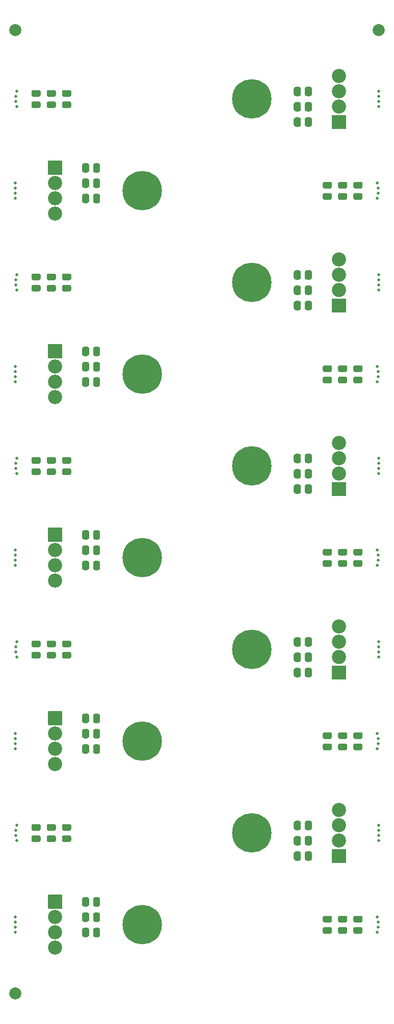
<source format=gts>
G04 #@! TF.GenerationSoftware,KiCad,Pcbnew,6.0.2+dfsg-1*
G04 #@! TF.CreationDate,2024-06-30T21:45:31-06:00*
G04 #@! TF.ProjectId,ckt-signal-array,636b742d-7369-4676-9e61-6c2d61727261,rev?*
G04 #@! TF.SameCoordinates,Original*
G04 #@! TF.FileFunction,Soldermask,Top*
G04 #@! TF.FilePolarity,Negative*
%FSLAX46Y46*%
G04 Gerber Fmt 4.6, Leading zero omitted, Abs format (unit mm)*
G04 Created by KiCad (PCBNEW 6.0.2+dfsg-1) date 2024-06-30 21:45:31*
%MOMM*%
%LPD*%
G01*
G04 APERTURE LIST*
%ADD10C,0.500000*%
%ADD11C,2.352400*%
%ADD12C,6.552400*%
%ADD13C,2.000000*%
G04 APERTURE END LIST*
D10*
X178634959Y-170697463D03*
X118337500Y-80113333D03*
G36*
G01*
X132411700Y-166870000D02*
X132411700Y-167770000D01*
G75*
G02*
X132085500Y-168096200I-326200J0D01*
G01*
X131560500Y-168096200D01*
G75*
G02*
X131234300Y-167770000I0J326200D01*
G01*
X131234300Y-166870000D01*
G75*
G02*
X131560500Y-166543800I326200J0D01*
G01*
X132085500Y-166543800D01*
G75*
G02*
X132411700Y-166870000I0J-326200D01*
G01*
G37*
G36*
G01*
X130586700Y-166870000D02*
X130586700Y-167770000D01*
G75*
G02*
X130260500Y-168096200I-326200J0D01*
G01*
X129735500Y-168096200D01*
G75*
G02*
X129409300Y-167770000I0J326200D01*
G01*
X129409300Y-166870000D01*
G75*
G02*
X129735500Y-166543800I326200J0D01*
G01*
X130260500Y-166543800D01*
G75*
G02*
X130586700Y-166870000I0J-326200D01*
G01*
G37*
X118337500Y-172400000D03*
X118581804Y-93660000D03*
X118337500Y-111440000D03*
X118581804Y-65720000D03*
G36*
G01*
X122222750Y-65951200D02*
X121310250Y-65951200D01*
G75*
G02*
X120990300Y-65631250I0J319950D01*
G01*
X120990300Y-65143750D01*
G75*
G02*
X121310250Y-64823800I319950J0D01*
G01*
X122222750Y-64823800D01*
G75*
G02*
X122542700Y-65143750I0J-319950D01*
G01*
X122542700Y-65631250D01*
G75*
G02*
X122222750Y-65951200I-319950J0D01*
G01*
G37*
G36*
G01*
X122222750Y-64076200D02*
X121310250Y-64076200D01*
G75*
G02*
X120990300Y-63756250I0J319950D01*
G01*
X120990300Y-63268750D01*
G75*
G02*
X121310250Y-62948800I319950J0D01*
G01*
X122222750Y-62948800D01*
G75*
G02*
X122542700Y-63268750I0J-319950D01*
G01*
X122542700Y-63756250D01*
G75*
G02*
X122222750Y-64076200I-319950J0D01*
G01*
G37*
X178662500Y-156313333D03*
X118581804Y-35240000D03*
G36*
G01*
X127302750Y-65951200D02*
X126390250Y-65951200D01*
G75*
G02*
X126070300Y-65631250I0J319950D01*
G01*
X126070300Y-65143750D01*
G75*
G02*
X126390250Y-64823800I319950J0D01*
G01*
X127302750Y-64823800D01*
G75*
G02*
X127622700Y-65143750I0J-319950D01*
G01*
X127622700Y-65631250D01*
G75*
G02*
X127302750Y-65951200I-319950J0D01*
G01*
G37*
G36*
G01*
X127302750Y-64076200D02*
X126390250Y-64076200D01*
G75*
G02*
X126070300Y-63756250I0J319950D01*
G01*
X126070300Y-63268750D01*
G75*
G02*
X126390250Y-62948800I319950J0D01*
G01*
X127302750Y-62948800D01*
G75*
G02*
X127622700Y-63268750I0J-319950D01*
G01*
X127622700Y-63756250D01*
G75*
G02*
X127302750Y-64076200I-319950J0D01*
G01*
G37*
G36*
G01*
X174777250Y-78188800D02*
X175689750Y-78188800D01*
G75*
G02*
X176009700Y-78508750I0J-319950D01*
G01*
X176009700Y-78996250D01*
G75*
G02*
X175689750Y-79316200I-319950J0D01*
G01*
X174777250Y-79316200D01*
G75*
G02*
X174457300Y-78996250I0J319950D01*
G01*
X174457300Y-78508750D01*
G75*
G02*
X174777250Y-78188800I319950J0D01*
G01*
G37*
G36*
G01*
X174777250Y-80063800D02*
X175689750Y-80063800D01*
G75*
G02*
X176009700Y-80383750I0J-319950D01*
G01*
X176009700Y-80871250D01*
G75*
G02*
X175689750Y-81191200I-319950J0D01*
G01*
X174777250Y-81191200D01*
G75*
G02*
X174457300Y-80871250I0J319950D01*
G01*
X174457300Y-80383750D01*
G75*
G02*
X174777250Y-80063800I319950J0D01*
G01*
G37*
X178634959Y-109737463D03*
G36*
G01*
X173158500Y-69441200D02*
X170958500Y-69441200D01*
G75*
G02*
X170882300Y-69365000I0J76200D01*
G01*
X170882300Y-67165000D01*
G75*
G02*
X170958500Y-67088800I76200J0D01*
G01*
X173158500Y-67088800D01*
G75*
G02*
X173234700Y-67165000I0J-76200D01*
G01*
X173234700Y-69365000D01*
G75*
G02*
X173158500Y-69441200I-76200J0D01*
G01*
G37*
D11*
X172058500Y-65725000D03*
X172058500Y-63185000D03*
X172058500Y-60645000D03*
G36*
G01*
X164588300Y-94110000D02*
X164588300Y-93210000D01*
G75*
G02*
X164914500Y-92883800I326200J0D01*
G01*
X165439500Y-92883800D01*
G75*
G02*
X165765700Y-93210000I0J-326200D01*
G01*
X165765700Y-94110000D01*
G75*
G02*
X165439500Y-94436200I-326200J0D01*
G01*
X164914500Y-94436200D01*
G75*
G02*
X164588300Y-94110000I0J326200D01*
G01*
G37*
G36*
G01*
X166413300Y-94110000D02*
X166413300Y-93210000D01*
G75*
G02*
X166739500Y-92883800I326200J0D01*
G01*
X167264500Y-92883800D01*
G75*
G02*
X167590700Y-93210000I0J-326200D01*
G01*
X167590700Y-94110000D01*
G75*
G02*
X167264500Y-94436200I-326200J0D01*
G01*
X166739500Y-94436200D01*
G75*
G02*
X166413300Y-94110000I0J326200D01*
G01*
G37*
D10*
X118337500Y-141073333D03*
G36*
G01*
X164588300Y-99190000D02*
X164588300Y-98290000D01*
G75*
G02*
X164914500Y-97963800I326200J0D01*
G01*
X165439500Y-97963800D01*
G75*
G02*
X165765700Y-98290000I0J-326200D01*
G01*
X165765700Y-99190000D01*
G75*
G02*
X165439500Y-99516200I-326200J0D01*
G01*
X164914500Y-99516200D01*
G75*
G02*
X164588300Y-99190000I0J326200D01*
G01*
G37*
G36*
G01*
X166413300Y-99190000D02*
X166413300Y-98290000D01*
G75*
G02*
X166739500Y-97963800I326200J0D01*
G01*
X167264500Y-97963800D01*
G75*
G02*
X167590700Y-98290000I0J-326200D01*
G01*
X167590700Y-99190000D01*
G75*
G02*
X167264500Y-99516200I-326200J0D01*
G01*
X166739500Y-99516200D01*
G75*
G02*
X166413300Y-99190000I0J326200D01*
G01*
G37*
D12*
X139419500Y-171130000D03*
D10*
X178418196Y-80960000D03*
X178662500Y-93660000D03*
X118581804Y-32700000D03*
X118337500Y-47940000D03*
X178662500Y-124986666D03*
X178662500Y-32700000D03*
G36*
G01*
X132411700Y-50030000D02*
X132411700Y-50930000D01*
G75*
G02*
X132085500Y-51256200I-326200J0D01*
G01*
X131560500Y-51256200D01*
G75*
G02*
X131234300Y-50930000I0J326200D01*
G01*
X131234300Y-50030000D01*
G75*
G02*
X131560500Y-49703800I326200J0D01*
G01*
X132085500Y-49703800D01*
G75*
G02*
X132411700Y-50030000I0J-326200D01*
G01*
G37*
G36*
G01*
X130586700Y-50030000D02*
X130586700Y-50930000D01*
G75*
G02*
X130260500Y-51256200I-326200J0D01*
G01*
X129735500Y-51256200D01*
G75*
G02*
X129409300Y-50930000I0J326200D01*
G01*
X129409300Y-50030000D01*
G75*
G02*
X129735500Y-49703800I326200J0D01*
G01*
X130260500Y-49703800D01*
G75*
G02*
X130586700Y-50030000I0J-326200D01*
G01*
G37*
X178662500Y-96200000D03*
G36*
G01*
X127302750Y-35471200D02*
X126390250Y-35471200D01*
G75*
G02*
X126070300Y-35151250I0J319950D01*
G01*
X126070300Y-34663750D01*
G75*
G02*
X126390250Y-34343800I319950J0D01*
G01*
X127302750Y-34343800D01*
G75*
G02*
X127622700Y-34663750I0J-319950D01*
G01*
X127622700Y-35151250D01*
G75*
G02*
X127302750Y-35471200I-319950J0D01*
G01*
G37*
G36*
G01*
X127302750Y-33596200D02*
X126390250Y-33596200D01*
G75*
G02*
X126070300Y-33276250I0J319950D01*
G01*
X126070300Y-32788750D01*
G75*
G02*
X126390250Y-32468800I319950J0D01*
G01*
X127302750Y-32468800D01*
G75*
G02*
X127622700Y-32788750I0J-319950D01*
G01*
X127622700Y-33276250D01*
G75*
G02*
X127302750Y-33596200I-319950J0D01*
G01*
G37*
G36*
G01*
X164588300Y-155070000D02*
X164588300Y-154170000D01*
G75*
G02*
X164914500Y-153843800I326200J0D01*
G01*
X165439500Y-153843800D01*
G75*
G02*
X165765700Y-154170000I0J-326200D01*
G01*
X165765700Y-155070000D01*
G75*
G02*
X165439500Y-155396200I-326200J0D01*
G01*
X164914500Y-155396200D01*
G75*
G02*
X164588300Y-155070000I0J326200D01*
G01*
G37*
G36*
G01*
X166413300Y-155070000D02*
X166413300Y-154170000D01*
G75*
G02*
X166739500Y-153843800I326200J0D01*
G01*
X167264500Y-153843800D01*
G75*
G02*
X167590700Y-154170000I0J-326200D01*
G01*
X167590700Y-155070000D01*
G75*
G02*
X167264500Y-155396200I-326200J0D01*
G01*
X166739500Y-155396200D01*
G75*
G02*
X166413300Y-155070000I0J326200D01*
G01*
G37*
G36*
G01*
X164588300Y-96650000D02*
X164588300Y-95750000D01*
G75*
G02*
X164914500Y-95423800I326200J0D01*
G01*
X165439500Y-95423800D01*
G75*
G02*
X165765700Y-95750000I0J-326200D01*
G01*
X165765700Y-96650000D01*
G75*
G02*
X165439500Y-96976200I-326200J0D01*
G01*
X164914500Y-96976200D01*
G75*
G02*
X164588300Y-96650000I0J326200D01*
G01*
G37*
G36*
G01*
X166413300Y-96650000D02*
X166413300Y-95750000D01*
G75*
G02*
X166739500Y-95423800I326200J0D01*
G01*
X167264500Y-95423800D01*
G75*
G02*
X167590700Y-95750000I0J-326200D01*
G01*
X167590700Y-96650000D01*
G75*
G02*
X167264500Y-96976200I-326200J0D01*
G01*
X166739500Y-96976200D01*
G75*
G02*
X166413300Y-96650000I0J326200D01*
G01*
G37*
G36*
G01*
X122222750Y-126911200D02*
X121310250Y-126911200D01*
G75*
G02*
X120990300Y-126591250I0J319950D01*
G01*
X120990300Y-126103750D01*
G75*
G02*
X121310250Y-125783800I319950J0D01*
G01*
X122222750Y-125783800D01*
G75*
G02*
X122542700Y-126103750I0J-319950D01*
G01*
X122542700Y-126591250D01*
G75*
G02*
X122222750Y-126911200I-319950J0D01*
G01*
G37*
G36*
G01*
X122222750Y-125036200D02*
X121310250Y-125036200D01*
G75*
G02*
X120990300Y-124716250I0J319950D01*
G01*
X120990300Y-124228750D01*
G75*
G02*
X121310250Y-123908800I319950J0D01*
G01*
X122222750Y-123908800D01*
G75*
G02*
X122542700Y-124228750I0J-319950D01*
G01*
X122542700Y-124716250D01*
G75*
G02*
X122222750Y-125036200I-319950J0D01*
G01*
G37*
X178662500Y-94506666D03*
G36*
G01*
X172237250Y-169628800D02*
X173149750Y-169628800D01*
G75*
G02*
X173469700Y-169948750I0J-319950D01*
G01*
X173469700Y-170436250D01*
G75*
G02*
X173149750Y-170756200I-319950J0D01*
G01*
X172237250Y-170756200D01*
G75*
G02*
X171917300Y-170436250I0J319950D01*
G01*
X171917300Y-169948750D01*
G75*
G02*
X172237250Y-169628800I319950J0D01*
G01*
G37*
G36*
G01*
X172237250Y-171503800D02*
X173149750Y-171503800D01*
G75*
G02*
X173469700Y-171823750I0J-319950D01*
G01*
X173469700Y-172311250D01*
G75*
G02*
X173149750Y-172631200I-319950J0D01*
G01*
X172237250Y-172631200D01*
G75*
G02*
X171917300Y-172311250I0J319950D01*
G01*
X171917300Y-171823750D01*
G75*
G02*
X172237250Y-171503800I319950J0D01*
G01*
G37*
X118365041Y-156322536D03*
G36*
G01*
X132411700Y-108450000D02*
X132411700Y-109350000D01*
G75*
G02*
X132085500Y-109676200I-326200J0D01*
G01*
X131560500Y-109676200D01*
G75*
G02*
X131234300Y-109350000I0J326200D01*
G01*
X131234300Y-108450000D01*
G75*
G02*
X131560500Y-108123800I326200J0D01*
G01*
X132085500Y-108123800D01*
G75*
G02*
X132411700Y-108450000I0J-326200D01*
G01*
G37*
G36*
G01*
X130586700Y-108450000D02*
X130586700Y-109350000D01*
G75*
G02*
X130260500Y-109676200I-326200J0D01*
G01*
X129735500Y-109676200D01*
G75*
G02*
X129409300Y-109350000I0J326200D01*
G01*
X129409300Y-108450000D01*
G75*
G02*
X129735500Y-108123800I326200J0D01*
G01*
X130260500Y-108123800D01*
G75*
G02*
X130586700Y-108450000I0J-326200D01*
G01*
G37*
G36*
G01*
X124762750Y-35471200D02*
X123850250Y-35471200D01*
G75*
G02*
X123530300Y-35151250I0J319950D01*
G01*
X123530300Y-34663750D01*
G75*
G02*
X123850250Y-34343800I319950J0D01*
G01*
X124762750Y-34343800D01*
G75*
G02*
X125082700Y-34663750I0J-319950D01*
G01*
X125082700Y-35151250D01*
G75*
G02*
X124762750Y-35471200I-319950J0D01*
G01*
G37*
G36*
G01*
X124762750Y-33596200D02*
X123850250Y-33596200D01*
G75*
G02*
X123530300Y-33276250I0J319950D01*
G01*
X123530300Y-32788750D01*
G75*
G02*
X123850250Y-32468800I319950J0D01*
G01*
X124762750Y-32468800D01*
G75*
G02*
X125082700Y-32788750I0J-319950D01*
G01*
X125082700Y-33276250D01*
G75*
G02*
X124762750Y-33596200I-319950J0D01*
G01*
G37*
G36*
G01*
X132411700Y-136390000D02*
X132411700Y-137290000D01*
G75*
G02*
X132085500Y-137616200I-326200J0D01*
G01*
X131560500Y-137616200D01*
G75*
G02*
X131234300Y-137290000I0J326200D01*
G01*
X131234300Y-136390000D01*
G75*
G02*
X131560500Y-136063800I326200J0D01*
G01*
X132085500Y-136063800D01*
G75*
G02*
X132411700Y-136390000I0J-326200D01*
G01*
G37*
G36*
G01*
X130586700Y-136390000D02*
X130586700Y-137290000D01*
G75*
G02*
X130260500Y-137616200I-326200J0D01*
G01*
X129735500Y-137616200D01*
G75*
G02*
X129409300Y-137290000I0J326200D01*
G01*
X129409300Y-136390000D01*
G75*
G02*
X129735500Y-136063800I326200J0D01*
G01*
X130260500Y-136063800D01*
G75*
G02*
X130586700Y-136390000I0J-326200D01*
G01*
G37*
D12*
X139419500Y-79690000D03*
G36*
G01*
X132411700Y-44950000D02*
X132411700Y-45850000D01*
G75*
G02*
X132085500Y-46176200I-326200J0D01*
G01*
X131560500Y-46176200D01*
G75*
G02*
X131234300Y-45850000I0J326200D01*
G01*
X131234300Y-44950000D01*
G75*
G02*
X131560500Y-44623800I326200J0D01*
G01*
X132085500Y-44623800D01*
G75*
G02*
X132411700Y-44950000I0J-326200D01*
G01*
G37*
G36*
G01*
X130586700Y-44950000D02*
X130586700Y-45850000D01*
G75*
G02*
X130260500Y-46176200I-326200J0D01*
G01*
X129735500Y-46176200D01*
G75*
G02*
X129409300Y-45850000I0J326200D01*
G01*
X129409300Y-44950000D01*
G75*
G02*
X129735500Y-44623800I326200J0D01*
G01*
X130260500Y-44623800D01*
G75*
G02*
X130586700Y-44950000I0J-326200D01*
G01*
G37*
G36*
G01*
X173158500Y-160881200D02*
X170958500Y-160881200D01*
G75*
G02*
X170882300Y-160805000I0J76200D01*
G01*
X170882300Y-158605000D01*
G75*
G02*
X170958500Y-158528800I76200J0D01*
G01*
X173158500Y-158528800D01*
G75*
G02*
X173234700Y-158605000I0J-76200D01*
G01*
X173234700Y-160805000D01*
G75*
G02*
X173158500Y-160881200I-76200J0D01*
G01*
G37*
D11*
X172058500Y-157165000D03*
X172058500Y-154625000D03*
X172058500Y-152085000D03*
D10*
X178418196Y-78420000D03*
X118581804Y-124140000D03*
X178634959Y-79257463D03*
X118365041Y-94497463D03*
G36*
G01*
X172237250Y-47708800D02*
X173149750Y-47708800D01*
G75*
G02*
X173469700Y-48028750I0J-319950D01*
G01*
X173469700Y-48516250D01*
G75*
G02*
X173149750Y-48836200I-319950J0D01*
G01*
X172237250Y-48836200D01*
G75*
G02*
X171917300Y-48516250I0J319950D01*
G01*
X171917300Y-48028750D01*
G75*
G02*
X172237250Y-47708800I319950J0D01*
G01*
G37*
G36*
G01*
X172237250Y-49583800D02*
X173149750Y-49583800D01*
G75*
G02*
X173469700Y-49903750I0J-319950D01*
G01*
X173469700Y-50391250D01*
G75*
G02*
X173149750Y-50711200I-319950J0D01*
G01*
X172237250Y-50711200D01*
G75*
G02*
X171917300Y-50391250I0J319950D01*
G01*
X171917300Y-49903750D01*
G75*
G02*
X172237250Y-49583800I319950J0D01*
G01*
G37*
G36*
G01*
X122222750Y-157391200D02*
X121310250Y-157391200D01*
G75*
G02*
X120990300Y-157071250I0J319950D01*
G01*
X120990300Y-156583750D01*
G75*
G02*
X121310250Y-156263800I319950J0D01*
G01*
X122222750Y-156263800D01*
G75*
G02*
X122542700Y-156583750I0J-319950D01*
G01*
X122542700Y-157071250D01*
G75*
G02*
X122222750Y-157391200I-319950J0D01*
G01*
G37*
G36*
G01*
X122222750Y-155516200D02*
X121310250Y-155516200D01*
G75*
G02*
X120990300Y-155196250I0J319950D01*
G01*
X120990300Y-154708750D01*
G75*
G02*
X121310250Y-154388800I319950J0D01*
G01*
X122222750Y-154388800D01*
G75*
G02*
X122542700Y-154708750I0J-319950D01*
G01*
X122542700Y-155196250D01*
G75*
G02*
X122222750Y-155516200I-319950J0D01*
G01*
G37*
G36*
G01*
X132411700Y-169410000D02*
X132411700Y-170310000D01*
G75*
G02*
X132085500Y-170636200I-326200J0D01*
G01*
X131560500Y-170636200D01*
G75*
G02*
X131234300Y-170310000I0J326200D01*
G01*
X131234300Y-169410000D01*
G75*
G02*
X131560500Y-169083800I326200J0D01*
G01*
X132085500Y-169083800D01*
G75*
G02*
X132411700Y-169410000I0J-326200D01*
G01*
G37*
G36*
G01*
X130586700Y-169410000D02*
X130586700Y-170310000D01*
G75*
G02*
X130260500Y-170636200I-326200J0D01*
G01*
X129735500Y-170636200D01*
G75*
G02*
X129409300Y-170310000I0J326200D01*
G01*
X129409300Y-169410000D01*
G75*
G02*
X129735500Y-169083800I326200J0D01*
G01*
X130260500Y-169083800D01*
G75*
G02*
X130586700Y-169410000I0J-326200D01*
G01*
G37*
X118581804Y-157160000D03*
X178634959Y-49642536D03*
X118365041Y-124977463D03*
G36*
G01*
X169697250Y-139148800D02*
X170609750Y-139148800D01*
G75*
G02*
X170929700Y-139468750I0J-319950D01*
G01*
X170929700Y-139956250D01*
G75*
G02*
X170609750Y-140276200I-319950J0D01*
G01*
X169697250Y-140276200D01*
G75*
G02*
X169377300Y-139956250I0J319950D01*
G01*
X169377300Y-139468750D01*
G75*
G02*
X169697250Y-139148800I319950J0D01*
G01*
G37*
G36*
G01*
X169697250Y-141023800D02*
X170609750Y-141023800D01*
G75*
G02*
X170929700Y-141343750I0J-319950D01*
G01*
X170929700Y-141831250D01*
G75*
G02*
X170609750Y-142151200I-319950J0D01*
G01*
X169697250Y-142151200D01*
G75*
G02*
X169377300Y-141831250I0J319950D01*
G01*
X169377300Y-141343750D01*
G75*
G02*
X169697250Y-141023800I319950J0D01*
G01*
G37*
G36*
G01*
X164588300Y-66170000D02*
X164588300Y-65270000D01*
G75*
G02*
X164914500Y-64943800I326200J0D01*
G01*
X165439500Y-64943800D01*
G75*
G02*
X165765700Y-65270000I0J-326200D01*
G01*
X165765700Y-66170000D01*
G75*
G02*
X165439500Y-66496200I-326200J0D01*
G01*
X164914500Y-66496200D01*
G75*
G02*
X164588300Y-66170000I0J326200D01*
G01*
G37*
G36*
G01*
X166413300Y-66170000D02*
X166413300Y-65270000D01*
G75*
G02*
X166739500Y-64943800I326200J0D01*
G01*
X167264500Y-64943800D01*
G75*
G02*
X167590700Y-65270000I0J-326200D01*
G01*
X167590700Y-66170000D01*
G75*
G02*
X167264500Y-66496200I-326200J0D01*
G01*
X166739500Y-66496200D01*
G75*
G02*
X166413300Y-66170000I0J326200D01*
G01*
G37*
G36*
G01*
X172237250Y-139148800D02*
X173149750Y-139148800D01*
G75*
G02*
X173469700Y-139468750I0J-319950D01*
G01*
X173469700Y-139956250D01*
G75*
G02*
X173149750Y-140276200I-319950J0D01*
G01*
X172237250Y-140276200D01*
G75*
G02*
X171917300Y-139956250I0J319950D01*
G01*
X171917300Y-139468750D01*
G75*
G02*
X172237250Y-139148800I319950J0D01*
G01*
G37*
G36*
G01*
X172237250Y-141023800D02*
X173149750Y-141023800D01*
G75*
G02*
X173469700Y-141343750I0J-319950D01*
G01*
X173469700Y-141831250D01*
G75*
G02*
X173149750Y-142151200I-319950J0D01*
G01*
X172237250Y-142151200D01*
G75*
G02*
X171917300Y-141831250I0J319950D01*
G01*
X171917300Y-141343750D01*
G75*
G02*
X172237250Y-141023800I319950J0D01*
G01*
G37*
G36*
G01*
X174777250Y-108668800D02*
X175689750Y-108668800D01*
G75*
G02*
X176009700Y-108988750I0J-319950D01*
G01*
X176009700Y-109476250D01*
G75*
G02*
X175689750Y-109796200I-319950J0D01*
G01*
X174777250Y-109796200D01*
G75*
G02*
X174457300Y-109476250I0J319950D01*
G01*
X174457300Y-108988750D01*
G75*
G02*
X174777250Y-108668800I319950J0D01*
G01*
G37*
G36*
G01*
X174777250Y-110543800D02*
X175689750Y-110543800D01*
G75*
G02*
X176009700Y-110863750I0J-319950D01*
G01*
X176009700Y-111351250D01*
G75*
G02*
X175689750Y-111671200I-319950J0D01*
G01*
X174777250Y-111671200D01*
G75*
G02*
X174457300Y-111351250I0J319950D01*
G01*
X174457300Y-110863750D01*
G75*
G02*
X174777250Y-110543800I319950J0D01*
G01*
G37*
D12*
X157580500Y-94930000D03*
D10*
X118337500Y-49633333D03*
G36*
G01*
X132411700Y-80510000D02*
X132411700Y-81410000D01*
G75*
G02*
X132085500Y-81736200I-326200J0D01*
G01*
X131560500Y-81736200D01*
G75*
G02*
X131234300Y-81410000I0J326200D01*
G01*
X131234300Y-80510000D01*
G75*
G02*
X131560500Y-80183800I326200J0D01*
G01*
X132085500Y-80183800D01*
G75*
G02*
X132411700Y-80510000I0J-326200D01*
G01*
G37*
G36*
G01*
X130586700Y-80510000D02*
X130586700Y-81410000D01*
G75*
G02*
X130260500Y-81736200I-326200J0D01*
G01*
X129735500Y-81736200D01*
G75*
G02*
X129409300Y-81410000I0J326200D01*
G01*
X129409300Y-80510000D01*
G75*
G02*
X129735500Y-80183800I326200J0D01*
G01*
X130260500Y-80183800D01*
G75*
G02*
X130586700Y-80510000I0J-326200D01*
G01*
G37*
X118581804Y-154620000D03*
X118337500Y-80960000D03*
G36*
G01*
X132411700Y-77970000D02*
X132411700Y-78870000D01*
G75*
G02*
X132085500Y-79196200I-326200J0D01*
G01*
X131560500Y-79196200D01*
G75*
G02*
X131234300Y-78870000I0J326200D01*
G01*
X131234300Y-77970000D01*
G75*
G02*
X131560500Y-77643800I326200J0D01*
G01*
X132085500Y-77643800D01*
G75*
G02*
X132411700Y-77970000I0J-326200D01*
G01*
G37*
G36*
G01*
X130586700Y-77970000D02*
X130586700Y-78870000D01*
G75*
G02*
X130260500Y-79196200I-326200J0D01*
G01*
X129735500Y-79196200D01*
G75*
G02*
X129409300Y-78870000I0J326200D01*
G01*
X129409300Y-77970000D01*
G75*
G02*
X129735500Y-77643800I326200J0D01*
G01*
X130260500Y-77643800D01*
G75*
G02*
X130586700Y-77970000I0J-326200D01*
G01*
G37*
G36*
G01*
X132411700Y-47490000D02*
X132411700Y-48390000D01*
G75*
G02*
X132085500Y-48716200I-326200J0D01*
G01*
X131560500Y-48716200D01*
G75*
G02*
X131234300Y-48390000I0J326200D01*
G01*
X131234300Y-47490000D01*
G75*
G02*
X131560500Y-47163800I326200J0D01*
G01*
X132085500Y-47163800D01*
G75*
G02*
X132411700Y-47490000I0J-326200D01*
G01*
G37*
G36*
G01*
X130586700Y-47490000D02*
X130586700Y-48390000D01*
G75*
G02*
X130260500Y-48716200I-326200J0D01*
G01*
X129735500Y-48716200D01*
G75*
G02*
X129409300Y-48390000I0J326200D01*
G01*
X129409300Y-47490000D01*
G75*
G02*
X129735500Y-47163800I326200J0D01*
G01*
X130260500Y-47163800D01*
G75*
G02*
X130586700Y-47490000I0J-326200D01*
G01*
G37*
G36*
G01*
X164588300Y-68710000D02*
X164588300Y-67810000D01*
G75*
G02*
X164914500Y-67483800I326200J0D01*
G01*
X165439500Y-67483800D01*
G75*
G02*
X165765700Y-67810000I0J-326200D01*
G01*
X165765700Y-68710000D01*
G75*
G02*
X165439500Y-69036200I-326200J0D01*
G01*
X164914500Y-69036200D01*
G75*
G02*
X164588300Y-68710000I0J326200D01*
G01*
G37*
G36*
G01*
X166413300Y-68710000D02*
X166413300Y-67810000D01*
G75*
G02*
X166739500Y-67483800I326200J0D01*
G01*
X167264500Y-67483800D01*
G75*
G02*
X167590700Y-67810000I0J-326200D01*
G01*
X167590700Y-68710000D01*
G75*
G02*
X167264500Y-69036200I-326200J0D01*
G01*
X166739500Y-69036200D01*
G75*
G02*
X166413300Y-68710000I0J326200D01*
G01*
G37*
X118365041Y-64017463D03*
G36*
G01*
X164588300Y-160150000D02*
X164588300Y-159250000D01*
G75*
G02*
X164914500Y-158923800I326200J0D01*
G01*
X165439500Y-158923800D01*
G75*
G02*
X165765700Y-159250000I0J-326200D01*
G01*
X165765700Y-160150000D01*
G75*
G02*
X165439500Y-160476200I-326200J0D01*
G01*
X164914500Y-160476200D01*
G75*
G02*
X164588300Y-160150000I0J326200D01*
G01*
G37*
G36*
G01*
X166413300Y-160150000D02*
X166413300Y-159250000D01*
G75*
G02*
X166739500Y-158923800I326200J0D01*
G01*
X167264500Y-158923800D01*
G75*
G02*
X167590700Y-159250000I0J-326200D01*
G01*
X167590700Y-160150000D01*
G75*
G02*
X167264500Y-160476200I-326200J0D01*
G01*
X166739500Y-160476200D01*
G75*
G02*
X166413300Y-160150000I0J326200D01*
G01*
G37*
X178662500Y-154620000D03*
X178662500Y-124140000D03*
G36*
G01*
X123841500Y-166138800D02*
X126041500Y-166138800D01*
G75*
G02*
X126117700Y-166215000I0J-76200D01*
G01*
X126117700Y-168415000D01*
G75*
G02*
X126041500Y-168491200I-76200J0D01*
G01*
X123841500Y-168491200D01*
G75*
G02*
X123765300Y-168415000I0J76200D01*
G01*
X123765300Y-166215000D01*
G75*
G02*
X123841500Y-166138800I76200J0D01*
G01*
G37*
D11*
X124941500Y-169855000D03*
X124941500Y-172395000D03*
X124941500Y-174935000D03*
G36*
G01*
X164588300Y-63630000D02*
X164588300Y-62730000D01*
G75*
G02*
X164914500Y-62403800I326200J0D01*
G01*
X165439500Y-62403800D01*
G75*
G02*
X165765700Y-62730000I0J-326200D01*
G01*
X165765700Y-63630000D01*
G75*
G02*
X165439500Y-63956200I-326200J0D01*
G01*
X164914500Y-63956200D01*
G75*
G02*
X164588300Y-63630000I0J326200D01*
G01*
G37*
G36*
G01*
X166413300Y-63630000D02*
X166413300Y-62730000D01*
G75*
G02*
X166739500Y-62403800I326200J0D01*
G01*
X167264500Y-62403800D01*
G75*
G02*
X167590700Y-62730000I0J-326200D01*
G01*
X167590700Y-63630000D01*
G75*
G02*
X167264500Y-63956200I-326200J0D01*
G01*
X166739500Y-63956200D01*
G75*
G02*
X166413300Y-63630000I0J326200D01*
G01*
G37*
D10*
X118365041Y-33537464D03*
X118337500Y-169860000D03*
X118337500Y-50480000D03*
G36*
G01*
X173158500Y-99921200D02*
X170958500Y-99921200D01*
G75*
G02*
X170882300Y-99845000I0J76200D01*
G01*
X170882300Y-97645000D01*
G75*
G02*
X170958500Y-97568800I76200J0D01*
G01*
X173158500Y-97568800D01*
G75*
G02*
X173234700Y-97645000I0J-76200D01*
G01*
X173234700Y-99845000D01*
G75*
G02*
X173158500Y-99921200I-76200J0D01*
G01*
G37*
D11*
X172058500Y-96205000D03*
X172058500Y-93665000D03*
X172058500Y-91125000D03*
G36*
G01*
X164588300Y-35690000D02*
X164588300Y-34790000D01*
G75*
G02*
X164914500Y-34463800I326200J0D01*
G01*
X165439500Y-34463800D01*
G75*
G02*
X165765700Y-34790000I0J-326200D01*
G01*
X165765700Y-35690000D01*
G75*
G02*
X165439500Y-36016200I-326200J0D01*
G01*
X164914500Y-36016200D01*
G75*
G02*
X164588300Y-35690000I0J326200D01*
G01*
G37*
G36*
G01*
X166413300Y-35690000D02*
X166413300Y-34790000D01*
G75*
G02*
X166739500Y-34463800I326200J0D01*
G01*
X167264500Y-34463800D01*
G75*
G02*
X167590700Y-34790000I0J-326200D01*
G01*
X167590700Y-35690000D01*
G75*
G02*
X167264500Y-36016200I-326200J0D01*
G01*
X166739500Y-36016200D01*
G75*
G02*
X166413300Y-35690000I0J326200D01*
G01*
G37*
G36*
G01*
X124762750Y-65951200D02*
X123850250Y-65951200D01*
G75*
G02*
X123530300Y-65631250I0J319950D01*
G01*
X123530300Y-65143750D01*
G75*
G02*
X123850250Y-64823800I319950J0D01*
G01*
X124762750Y-64823800D01*
G75*
G02*
X125082700Y-65143750I0J-319950D01*
G01*
X125082700Y-65631250D01*
G75*
G02*
X124762750Y-65951200I-319950J0D01*
G01*
G37*
G36*
G01*
X124762750Y-64076200D02*
X123850250Y-64076200D01*
G75*
G02*
X123530300Y-63756250I0J319950D01*
G01*
X123530300Y-63268750D01*
G75*
G02*
X123850250Y-62948800I319950J0D01*
G01*
X124762750Y-62948800D01*
G75*
G02*
X125082700Y-63268750I0J-319950D01*
G01*
X125082700Y-63756250D01*
G75*
G02*
X124762750Y-64076200I-319950J0D01*
G01*
G37*
G36*
G01*
X122222750Y-35471200D02*
X121310250Y-35471200D01*
G75*
G02*
X120990300Y-35151250I0J319950D01*
G01*
X120990300Y-34663750D01*
G75*
G02*
X121310250Y-34343800I319950J0D01*
G01*
X122222750Y-34343800D01*
G75*
G02*
X122542700Y-34663750I0J-319950D01*
G01*
X122542700Y-35151250D01*
G75*
G02*
X122222750Y-35471200I-319950J0D01*
G01*
G37*
G36*
G01*
X122222750Y-33596200D02*
X121310250Y-33596200D01*
G75*
G02*
X120990300Y-33276250I0J319950D01*
G01*
X120990300Y-32788750D01*
G75*
G02*
X121310250Y-32468800I319950J0D01*
G01*
X122222750Y-32468800D01*
G75*
G02*
X122542700Y-32788750I0J-319950D01*
G01*
X122542700Y-33276250D01*
G75*
G02*
X122222750Y-33596200I-319950J0D01*
G01*
G37*
D10*
X178662500Y-33546667D03*
G36*
G01*
X164588300Y-129670000D02*
X164588300Y-128770000D01*
G75*
G02*
X164914500Y-128443800I326200J0D01*
G01*
X165439500Y-128443800D01*
G75*
G02*
X165765700Y-128770000I0J-326200D01*
G01*
X165765700Y-129670000D01*
G75*
G02*
X165439500Y-129996200I-326200J0D01*
G01*
X164914500Y-129996200D01*
G75*
G02*
X164588300Y-129670000I0J326200D01*
G01*
G37*
G36*
G01*
X166413300Y-129670000D02*
X166413300Y-128770000D01*
G75*
G02*
X166739500Y-128443800I326200J0D01*
G01*
X167264500Y-128443800D01*
G75*
G02*
X167590700Y-128770000I0J-326200D01*
G01*
X167590700Y-129670000D01*
G75*
G02*
X167264500Y-129996200I-326200J0D01*
G01*
X166739500Y-129996200D01*
G75*
G02*
X166413300Y-129670000I0J326200D01*
G01*
G37*
G36*
G01*
X169697250Y-47708800D02*
X170609750Y-47708800D01*
G75*
G02*
X170929700Y-48028750I0J-319950D01*
G01*
X170929700Y-48516250D01*
G75*
G02*
X170609750Y-48836200I-319950J0D01*
G01*
X169697250Y-48836200D01*
G75*
G02*
X169377300Y-48516250I0J319950D01*
G01*
X169377300Y-48028750D01*
G75*
G02*
X169697250Y-47708800I319950J0D01*
G01*
G37*
G36*
G01*
X169697250Y-49583800D02*
X170609750Y-49583800D01*
G75*
G02*
X170929700Y-49903750I0J-319950D01*
G01*
X170929700Y-50391250D01*
G75*
G02*
X170609750Y-50711200I-319950J0D01*
G01*
X169697250Y-50711200D01*
G75*
G02*
X169377300Y-50391250I0J319950D01*
G01*
X169377300Y-49903750D01*
G75*
G02*
X169697250Y-49583800I319950J0D01*
G01*
G37*
G36*
G01*
X132411700Y-138930000D02*
X132411700Y-139830000D01*
G75*
G02*
X132085500Y-140156200I-326200J0D01*
G01*
X131560500Y-140156200D01*
G75*
G02*
X131234300Y-139830000I0J326200D01*
G01*
X131234300Y-138930000D01*
G75*
G02*
X131560500Y-138603800I326200J0D01*
G01*
X132085500Y-138603800D01*
G75*
G02*
X132411700Y-138930000I0J-326200D01*
G01*
G37*
G36*
G01*
X130586700Y-138930000D02*
X130586700Y-139830000D01*
G75*
G02*
X130260500Y-140156200I-326200J0D01*
G01*
X129735500Y-140156200D01*
G75*
G02*
X129409300Y-139830000I0J326200D01*
G01*
X129409300Y-138930000D01*
G75*
G02*
X129735500Y-138603800I326200J0D01*
G01*
X130260500Y-138603800D01*
G75*
G02*
X130586700Y-138930000I0J-326200D01*
G01*
G37*
X178662500Y-157160000D03*
X178662500Y-125833333D03*
X118337500Y-140226666D03*
X118337500Y-78420000D03*
G36*
G01*
X164588300Y-38230000D02*
X164588300Y-37330000D01*
G75*
G02*
X164914500Y-37003800I326200J0D01*
G01*
X165439500Y-37003800D01*
G75*
G02*
X165765700Y-37330000I0J-326200D01*
G01*
X165765700Y-38230000D01*
G75*
G02*
X165439500Y-38556200I-326200J0D01*
G01*
X164914500Y-38556200D01*
G75*
G02*
X164588300Y-38230000I0J326200D01*
G01*
G37*
G36*
G01*
X166413300Y-38230000D02*
X166413300Y-37330000D01*
G75*
G02*
X166739500Y-37003800I326200J0D01*
G01*
X167264500Y-37003800D01*
G75*
G02*
X167590700Y-37330000I0J-326200D01*
G01*
X167590700Y-38230000D01*
G75*
G02*
X167264500Y-38556200I-326200J0D01*
G01*
X166739500Y-38556200D01*
G75*
G02*
X166413300Y-38230000I0J326200D01*
G01*
G37*
G36*
G01*
X132411700Y-141470000D02*
X132411700Y-142370000D01*
G75*
G02*
X132085500Y-142696200I-326200J0D01*
G01*
X131560500Y-142696200D01*
G75*
G02*
X131234300Y-142370000I0J326200D01*
G01*
X131234300Y-141470000D01*
G75*
G02*
X131560500Y-141143800I326200J0D01*
G01*
X132085500Y-141143800D01*
G75*
G02*
X132411700Y-141470000I0J-326200D01*
G01*
G37*
G36*
G01*
X130586700Y-141470000D02*
X130586700Y-142370000D01*
G75*
G02*
X130260500Y-142696200I-326200J0D01*
G01*
X129735500Y-142696200D01*
G75*
G02*
X129409300Y-142370000I0J326200D01*
G01*
X129409300Y-141470000D01*
G75*
G02*
X129735500Y-141143800I326200J0D01*
G01*
X130260500Y-141143800D01*
G75*
G02*
X130586700Y-141470000I0J-326200D01*
G01*
G37*
D12*
X139419500Y-110170000D03*
D10*
X178418196Y-141920000D03*
X118365041Y-155457463D03*
X178634959Y-141082536D03*
G36*
G01*
X123841500Y-44218800D02*
X126041500Y-44218800D01*
G75*
G02*
X126117700Y-44295000I0J-76200D01*
G01*
X126117700Y-46495000D01*
G75*
G02*
X126041500Y-46571200I-76200J0D01*
G01*
X123841500Y-46571200D01*
G75*
G02*
X123765300Y-46495000I0J76200D01*
G01*
X123765300Y-44295000D01*
G75*
G02*
X123841500Y-44218800I76200J0D01*
G01*
G37*
D11*
X124941500Y-47935000D03*
X124941500Y-50475000D03*
X124941500Y-53015000D03*
D10*
X178662500Y-34393333D03*
D12*
X139419500Y-140650000D03*
G36*
G01*
X173158500Y-38961200D02*
X170958500Y-38961200D01*
G75*
G02*
X170882300Y-38885000I0J76200D01*
G01*
X170882300Y-36685000D01*
G75*
G02*
X170958500Y-36608800I76200J0D01*
G01*
X173158500Y-36608800D01*
G75*
G02*
X173234700Y-36685000I0J-76200D01*
G01*
X173234700Y-38885000D01*
G75*
G02*
X173158500Y-38961200I-76200J0D01*
G01*
G37*
D11*
X172058500Y-35245000D03*
X172058500Y-32705000D03*
X172058500Y-30165000D03*
G36*
G01*
X123841500Y-135658800D02*
X126041500Y-135658800D01*
G75*
G02*
X126117700Y-135735000I0J-76200D01*
G01*
X126117700Y-137935000D01*
G75*
G02*
X126041500Y-138011200I-76200J0D01*
G01*
X123841500Y-138011200D01*
G75*
G02*
X123765300Y-137935000I0J76200D01*
G01*
X123765300Y-135735000D01*
G75*
G02*
X123841500Y-135658800I76200J0D01*
G01*
G37*
X124941500Y-139375000D03*
X124941500Y-141915000D03*
X124941500Y-144455000D03*
D10*
X178662500Y-65720000D03*
X178662500Y-63180000D03*
X178418196Y-50480000D03*
X118365041Y-125842536D03*
X178418196Y-47940000D03*
X178662500Y-95353333D03*
X178662500Y-126680000D03*
G36*
G01*
X169697250Y-108668800D02*
X170609750Y-108668800D01*
G75*
G02*
X170929700Y-108988750I0J-319950D01*
G01*
X170929700Y-109476250D01*
G75*
G02*
X170609750Y-109796200I-319950J0D01*
G01*
X169697250Y-109796200D01*
G75*
G02*
X169377300Y-109476250I0J319950D01*
G01*
X169377300Y-108988750D01*
G75*
G02*
X169697250Y-108668800I319950J0D01*
G01*
G37*
G36*
G01*
X169697250Y-110543800D02*
X170609750Y-110543800D01*
G75*
G02*
X170929700Y-110863750I0J-319950D01*
G01*
X170929700Y-111351250D01*
G75*
G02*
X170609750Y-111671200I-319950J0D01*
G01*
X169697250Y-111671200D01*
G75*
G02*
X169377300Y-111351250I0J319950D01*
G01*
X169377300Y-110863750D01*
G75*
G02*
X169697250Y-110543800I319950J0D01*
G01*
G37*
X178418196Y-169860000D03*
X118365041Y-34402536D03*
G36*
G01*
X127302750Y-157391200D02*
X126390250Y-157391200D01*
G75*
G02*
X126070300Y-157071250I0J319950D01*
G01*
X126070300Y-156583750D01*
G75*
G02*
X126390250Y-156263800I319950J0D01*
G01*
X127302750Y-156263800D01*
G75*
G02*
X127622700Y-156583750I0J-319950D01*
G01*
X127622700Y-157071250D01*
G75*
G02*
X127302750Y-157391200I-319950J0D01*
G01*
G37*
G36*
G01*
X127302750Y-155516200D02*
X126390250Y-155516200D01*
G75*
G02*
X126070300Y-155196250I0J319950D01*
G01*
X126070300Y-154708750D01*
G75*
G02*
X126390250Y-154388800I319950J0D01*
G01*
X127302750Y-154388800D01*
G75*
G02*
X127622700Y-154708750I0J-319950D01*
G01*
X127622700Y-155196250D01*
G75*
G02*
X127302750Y-155516200I-319950J0D01*
G01*
G37*
X178418196Y-139380000D03*
G36*
G01*
X123841500Y-105178800D02*
X126041500Y-105178800D01*
G75*
G02*
X126117700Y-105255000I0J-76200D01*
G01*
X126117700Y-107455000D01*
G75*
G02*
X126041500Y-107531200I-76200J0D01*
G01*
X123841500Y-107531200D01*
G75*
G02*
X123765300Y-107455000I0J76200D01*
G01*
X123765300Y-105255000D01*
G75*
G02*
X123841500Y-105178800I76200J0D01*
G01*
G37*
D11*
X124941500Y-108895000D03*
X124941500Y-111435000D03*
X124941500Y-113975000D03*
D10*
X178634959Y-140217463D03*
X118337500Y-170706666D03*
X178662500Y-64026666D03*
X118337500Y-108900000D03*
G36*
G01*
X124762750Y-157391200D02*
X123850250Y-157391200D01*
G75*
G02*
X123530300Y-157071250I0J319950D01*
G01*
X123530300Y-156583750D01*
G75*
G02*
X123850250Y-156263800I319950J0D01*
G01*
X124762750Y-156263800D01*
G75*
G02*
X125082700Y-156583750I0J-319950D01*
G01*
X125082700Y-157071250D01*
G75*
G02*
X124762750Y-157391200I-319950J0D01*
G01*
G37*
G36*
G01*
X124762750Y-155516200D02*
X123850250Y-155516200D01*
G75*
G02*
X123530300Y-155196250I0J319950D01*
G01*
X123530300Y-154708750D01*
G75*
G02*
X123850250Y-154388800I319950J0D01*
G01*
X124762750Y-154388800D01*
G75*
G02*
X125082700Y-154708750I0J-319950D01*
G01*
X125082700Y-155196250D01*
G75*
G02*
X124762750Y-155516200I-319950J0D01*
G01*
G37*
X118337500Y-110593333D03*
X178418196Y-172400000D03*
G36*
G01*
X169697250Y-78188800D02*
X170609750Y-78188800D01*
G75*
G02*
X170929700Y-78508750I0J-319950D01*
G01*
X170929700Y-78996250D01*
G75*
G02*
X170609750Y-79316200I-319950J0D01*
G01*
X169697250Y-79316200D01*
G75*
G02*
X169377300Y-78996250I0J319950D01*
G01*
X169377300Y-78508750D01*
G75*
G02*
X169697250Y-78188800I319950J0D01*
G01*
G37*
G36*
G01*
X169697250Y-80063800D02*
X170609750Y-80063800D01*
G75*
G02*
X170929700Y-80383750I0J-319950D01*
G01*
X170929700Y-80871250D01*
G75*
G02*
X170609750Y-81191200I-319950J0D01*
G01*
X169697250Y-81191200D01*
G75*
G02*
X169377300Y-80871250I0J319950D01*
G01*
X169377300Y-80383750D01*
G75*
G02*
X169697250Y-80063800I319950J0D01*
G01*
G37*
G36*
G01*
X172237250Y-78188800D02*
X173149750Y-78188800D01*
G75*
G02*
X173469700Y-78508750I0J-319950D01*
G01*
X173469700Y-78996250D01*
G75*
G02*
X173149750Y-79316200I-319950J0D01*
G01*
X172237250Y-79316200D01*
G75*
G02*
X171917300Y-78996250I0J319950D01*
G01*
X171917300Y-78508750D01*
G75*
G02*
X172237250Y-78188800I319950J0D01*
G01*
G37*
G36*
G01*
X172237250Y-80063800D02*
X173149750Y-80063800D01*
G75*
G02*
X173469700Y-80383750I0J-319950D01*
G01*
X173469700Y-80871250D01*
G75*
G02*
X173149750Y-81191200I-319950J0D01*
G01*
X172237250Y-81191200D01*
G75*
G02*
X171917300Y-80871250I0J319950D01*
G01*
X171917300Y-80383750D01*
G75*
G02*
X172237250Y-80063800I319950J0D01*
G01*
G37*
G36*
G01*
X174777250Y-169628800D02*
X175689750Y-169628800D01*
G75*
G02*
X176009700Y-169948750I0J-319950D01*
G01*
X176009700Y-170436250D01*
G75*
G02*
X175689750Y-170756200I-319950J0D01*
G01*
X174777250Y-170756200D01*
G75*
G02*
X174457300Y-170436250I0J319950D01*
G01*
X174457300Y-169948750D01*
G75*
G02*
X174777250Y-169628800I319950J0D01*
G01*
G37*
G36*
G01*
X174777250Y-171503800D02*
X175689750Y-171503800D01*
G75*
G02*
X176009700Y-171823750I0J-319950D01*
G01*
X176009700Y-172311250D01*
G75*
G02*
X175689750Y-172631200I-319950J0D01*
G01*
X174777250Y-172631200D01*
G75*
G02*
X174457300Y-172311250I0J319950D01*
G01*
X174457300Y-171823750D01*
G75*
G02*
X174777250Y-171503800I319950J0D01*
G01*
G37*
X178418196Y-111440000D03*
X118337500Y-79266666D03*
D12*
X157580500Y-155890000D03*
D10*
X118337500Y-139380000D03*
X178662500Y-64873333D03*
G36*
G01*
X123841500Y-74698800D02*
X126041500Y-74698800D01*
G75*
G02*
X126117700Y-74775000I0J-76200D01*
G01*
X126117700Y-76975000D01*
G75*
G02*
X126041500Y-77051200I-76200J0D01*
G01*
X123841500Y-77051200D01*
G75*
G02*
X123765300Y-76975000I0J76200D01*
G01*
X123765300Y-74775000D01*
G75*
G02*
X123841500Y-74698800I76200J0D01*
G01*
G37*
D11*
X124941500Y-78415000D03*
X124941500Y-80955000D03*
X124941500Y-83495000D03*
D12*
X157580500Y-64450000D03*
D10*
X178634959Y-110602536D03*
G36*
G01*
X173158500Y-130401200D02*
X170958500Y-130401200D01*
G75*
G02*
X170882300Y-130325000I0J76200D01*
G01*
X170882300Y-128125000D01*
G75*
G02*
X170958500Y-128048800I76200J0D01*
G01*
X173158500Y-128048800D01*
G75*
G02*
X173234700Y-128125000I0J-76200D01*
G01*
X173234700Y-130325000D01*
G75*
G02*
X173158500Y-130401200I-76200J0D01*
G01*
G37*
D11*
X172058500Y-126685000D03*
X172058500Y-124145000D03*
X172058500Y-121605000D03*
G36*
G01*
X174777250Y-47708800D02*
X175689750Y-47708800D01*
G75*
G02*
X176009700Y-48028750I0J-319950D01*
G01*
X176009700Y-48516250D01*
G75*
G02*
X175689750Y-48836200I-319950J0D01*
G01*
X174777250Y-48836200D01*
G75*
G02*
X174457300Y-48516250I0J319950D01*
G01*
X174457300Y-48028750D01*
G75*
G02*
X174777250Y-47708800I319950J0D01*
G01*
G37*
G36*
G01*
X174777250Y-49583800D02*
X175689750Y-49583800D01*
G75*
G02*
X176009700Y-49903750I0J-319950D01*
G01*
X176009700Y-50391250D01*
G75*
G02*
X175689750Y-50711200I-319950J0D01*
G01*
X174777250Y-50711200D01*
G75*
G02*
X174457300Y-50391250I0J319950D01*
G01*
X174457300Y-49903750D01*
G75*
G02*
X174777250Y-49583800I319950J0D01*
G01*
G37*
D10*
X118337500Y-171553333D03*
X118365041Y-64882536D03*
G36*
G01*
X124762750Y-96431200D02*
X123850250Y-96431200D01*
G75*
G02*
X123530300Y-96111250I0J319950D01*
G01*
X123530300Y-95623750D01*
G75*
G02*
X123850250Y-95303800I319950J0D01*
G01*
X124762750Y-95303800D01*
G75*
G02*
X125082700Y-95623750I0J-319950D01*
G01*
X125082700Y-96111250D01*
G75*
G02*
X124762750Y-96431200I-319950J0D01*
G01*
G37*
G36*
G01*
X124762750Y-94556200D02*
X123850250Y-94556200D01*
G75*
G02*
X123530300Y-94236250I0J319950D01*
G01*
X123530300Y-93748750D01*
G75*
G02*
X123850250Y-93428800I319950J0D01*
G01*
X124762750Y-93428800D01*
G75*
G02*
X125082700Y-93748750I0J-319950D01*
G01*
X125082700Y-94236250D01*
G75*
G02*
X124762750Y-94556200I-319950J0D01*
G01*
G37*
G36*
G01*
X169697250Y-169628800D02*
X170609750Y-169628800D01*
G75*
G02*
X170929700Y-169948750I0J-319950D01*
G01*
X170929700Y-170436250D01*
G75*
G02*
X170609750Y-170756200I-319950J0D01*
G01*
X169697250Y-170756200D01*
G75*
G02*
X169377300Y-170436250I0J319950D01*
G01*
X169377300Y-169948750D01*
G75*
G02*
X169697250Y-169628800I319950J0D01*
G01*
G37*
G36*
G01*
X169697250Y-171503800D02*
X170609750Y-171503800D01*
G75*
G02*
X170929700Y-171823750I0J-319950D01*
G01*
X170929700Y-172311250D01*
G75*
G02*
X170609750Y-172631200I-319950J0D01*
G01*
X169697250Y-172631200D01*
G75*
G02*
X169377300Y-172311250I0J319950D01*
G01*
X169377300Y-171823750D01*
G75*
G02*
X169697250Y-171503800I319950J0D01*
G01*
G37*
D12*
X157580500Y-125410000D03*
D10*
X178634959Y-80122536D03*
G36*
G01*
X164588300Y-33150000D02*
X164588300Y-32250000D01*
G75*
G02*
X164914500Y-31923800I326200J0D01*
G01*
X165439500Y-31923800D01*
G75*
G02*
X165765700Y-32250000I0J-326200D01*
G01*
X165765700Y-33150000D01*
G75*
G02*
X165439500Y-33476200I-326200J0D01*
G01*
X164914500Y-33476200D01*
G75*
G02*
X164588300Y-33150000I0J326200D01*
G01*
G37*
G36*
G01*
X166413300Y-33150000D02*
X166413300Y-32250000D01*
G75*
G02*
X166739500Y-31923800I326200J0D01*
G01*
X167264500Y-31923800D01*
G75*
G02*
X167590700Y-32250000I0J-326200D01*
G01*
X167590700Y-33150000D01*
G75*
G02*
X167264500Y-33476200I-326200J0D01*
G01*
X166739500Y-33476200D01*
G75*
G02*
X166413300Y-33150000I0J326200D01*
G01*
G37*
X178418196Y-108900000D03*
G36*
G01*
X164588300Y-127130000D02*
X164588300Y-126230000D01*
G75*
G02*
X164914500Y-125903800I326200J0D01*
G01*
X165439500Y-125903800D01*
G75*
G02*
X165765700Y-126230000I0J-326200D01*
G01*
X165765700Y-127130000D01*
G75*
G02*
X165439500Y-127456200I-326200J0D01*
G01*
X164914500Y-127456200D01*
G75*
G02*
X164588300Y-127130000I0J326200D01*
G01*
G37*
G36*
G01*
X166413300Y-127130000D02*
X166413300Y-126230000D01*
G75*
G02*
X166739500Y-125903800I326200J0D01*
G01*
X167264500Y-125903800D01*
G75*
G02*
X167590700Y-126230000I0J-326200D01*
G01*
X167590700Y-127130000D01*
G75*
G02*
X167264500Y-127456200I-326200J0D01*
G01*
X166739500Y-127456200D01*
G75*
G02*
X166413300Y-127130000I0J326200D01*
G01*
G37*
X118337500Y-141920000D03*
X178662500Y-35240000D03*
D13*
X118337500Y-22540000D03*
D10*
X118581804Y-96200000D03*
X118581804Y-126680000D03*
D13*
X118337500Y-182560000D03*
D10*
X118337500Y-109746666D03*
G36*
G01*
X127302750Y-96431200D02*
X126390250Y-96431200D01*
G75*
G02*
X126070300Y-96111250I0J319950D01*
G01*
X126070300Y-95623750D01*
G75*
G02*
X126390250Y-95303800I319950J0D01*
G01*
X127302750Y-95303800D01*
G75*
G02*
X127622700Y-95623750I0J-319950D01*
G01*
X127622700Y-96111250D01*
G75*
G02*
X127302750Y-96431200I-319950J0D01*
G01*
G37*
G36*
G01*
X127302750Y-94556200D02*
X126390250Y-94556200D01*
G75*
G02*
X126070300Y-94236250I0J319950D01*
G01*
X126070300Y-93748750D01*
G75*
G02*
X126390250Y-93428800I319950J0D01*
G01*
X127302750Y-93428800D01*
G75*
G02*
X127622700Y-93748750I0J-319950D01*
G01*
X127622700Y-94236250D01*
G75*
G02*
X127302750Y-94556200I-319950J0D01*
G01*
G37*
G36*
G01*
X122222750Y-96431200D02*
X121310250Y-96431200D01*
G75*
G02*
X120990300Y-96111250I0J319950D01*
G01*
X120990300Y-95623750D01*
G75*
G02*
X121310250Y-95303800I319950J0D01*
G01*
X122222750Y-95303800D01*
G75*
G02*
X122542700Y-95623750I0J-319950D01*
G01*
X122542700Y-96111250D01*
G75*
G02*
X122222750Y-96431200I-319950J0D01*
G01*
G37*
G36*
G01*
X122222750Y-94556200D02*
X121310250Y-94556200D01*
G75*
G02*
X120990300Y-94236250I0J319950D01*
G01*
X120990300Y-93748750D01*
G75*
G02*
X121310250Y-93428800I319950J0D01*
G01*
X122222750Y-93428800D01*
G75*
G02*
X122542700Y-93748750I0J-319950D01*
G01*
X122542700Y-94236250D01*
G75*
G02*
X122222750Y-94556200I-319950J0D01*
G01*
G37*
X178634959Y-48777463D03*
D12*
X157580500Y-33970000D03*
D13*
X178662500Y-22540000D03*
D10*
X178634959Y-171562536D03*
G36*
G01*
X132411700Y-105910000D02*
X132411700Y-106810000D01*
G75*
G02*
X132085500Y-107136200I-326200J0D01*
G01*
X131560500Y-107136200D01*
G75*
G02*
X131234300Y-106810000I0J326200D01*
G01*
X131234300Y-105910000D01*
G75*
G02*
X131560500Y-105583800I326200J0D01*
G01*
X132085500Y-105583800D01*
G75*
G02*
X132411700Y-105910000I0J-326200D01*
G01*
G37*
G36*
G01*
X130586700Y-105910000D02*
X130586700Y-106810000D01*
G75*
G02*
X130260500Y-107136200I-326200J0D01*
G01*
X129735500Y-107136200D01*
G75*
G02*
X129409300Y-106810000I0J326200D01*
G01*
X129409300Y-105910000D01*
G75*
G02*
X129735500Y-105583800I326200J0D01*
G01*
X130260500Y-105583800D01*
G75*
G02*
X130586700Y-105910000I0J-326200D01*
G01*
G37*
G36*
G01*
X164588300Y-157610000D02*
X164588300Y-156710000D01*
G75*
G02*
X164914500Y-156383800I326200J0D01*
G01*
X165439500Y-156383800D01*
G75*
G02*
X165765700Y-156710000I0J-326200D01*
G01*
X165765700Y-157610000D01*
G75*
G02*
X165439500Y-157936200I-326200J0D01*
G01*
X164914500Y-157936200D01*
G75*
G02*
X164588300Y-157610000I0J326200D01*
G01*
G37*
G36*
G01*
X166413300Y-157610000D02*
X166413300Y-156710000D01*
G75*
G02*
X166739500Y-156383800I326200J0D01*
G01*
X167264500Y-156383800D01*
G75*
G02*
X167590700Y-156710000I0J-326200D01*
G01*
X167590700Y-157610000D01*
G75*
G02*
X167264500Y-157936200I-326200J0D01*
G01*
X166739500Y-157936200D01*
G75*
G02*
X166413300Y-157610000I0J326200D01*
G01*
G37*
X118581804Y-63180000D03*
G36*
G01*
X172237250Y-108668800D02*
X173149750Y-108668800D01*
G75*
G02*
X173469700Y-108988750I0J-319950D01*
G01*
X173469700Y-109476250D01*
G75*
G02*
X173149750Y-109796200I-319950J0D01*
G01*
X172237250Y-109796200D01*
G75*
G02*
X171917300Y-109476250I0J319950D01*
G01*
X171917300Y-108988750D01*
G75*
G02*
X172237250Y-108668800I319950J0D01*
G01*
G37*
G36*
G01*
X172237250Y-110543800D02*
X173149750Y-110543800D01*
G75*
G02*
X173469700Y-110863750I0J-319950D01*
G01*
X173469700Y-111351250D01*
G75*
G02*
X173149750Y-111671200I-319950J0D01*
G01*
X172237250Y-111671200D01*
G75*
G02*
X171917300Y-111351250I0J319950D01*
G01*
X171917300Y-110863750D01*
G75*
G02*
X172237250Y-110543800I319950J0D01*
G01*
G37*
X178662500Y-155466666D03*
G36*
G01*
X132411700Y-75430000D02*
X132411700Y-76330000D01*
G75*
G02*
X132085500Y-76656200I-326200J0D01*
G01*
X131560500Y-76656200D01*
G75*
G02*
X131234300Y-76330000I0J326200D01*
G01*
X131234300Y-75430000D01*
G75*
G02*
X131560500Y-75103800I326200J0D01*
G01*
X132085500Y-75103800D01*
G75*
G02*
X132411700Y-75430000I0J-326200D01*
G01*
G37*
G36*
G01*
X130586700Y-75430000D02*
X130586700Y-76330000D01*
G75*
G02*
X130260500Y-76656200I-326200J0D01*
G01*
X129735500Y-76656200D01*
G75*
G02*
X129409300Y-76330000I0J326200D01*
G01*
X129409300Y-75430000D01*
G75*
G02*
X129735500Y-75103800I326200J0D01*
G01*
X130260500Y-75103800D01*
G75*
G02*
X130586700Y-75430000I0J-326200D01*
G01*
G37*
X118337500Y-48786666D03*
G36*
G01*
X132411700Y-171950000D02*
X132411700Y-172850000D01*
G75*
G02*
X132085500Y-173176200I-326200J0D01*
G01*
X131560500Y-173176200D01*
G75*
G02*
X131234300Y-172850000I0J326200D01*
G01*
X131234300Y-171950000D01*
G75*
G02*
X131560500Y-171623800I326200J0D01*
G01*
X132085500Y-171623800D01*
G75*
G02*
X132411700Y-171950000I0J-326200D01*
G01*
G37*
G36*
G01*
X130586700Y-171950000D02*
X130586700Y-172850000D01*
G75*
G02*
X130260500Y-173176200I-326200J0D01*
G01*
X129735500Y-173176200D01*
G75*
G02*
X129409300Y-172850000I0J326200D01*
G01*
X129409300Y-171950000D01*
G75*
G02*
X129735500Y-171623800I326200J0D01*
G01*
X130260500Y-171623800D01*
G75*
G02*
X130586700Y-171950000I0J-326200D01*
G01*
G37*
G36*
G01*
X174777250Y-139148800D02*
X175689750Y-139148800D01*
G75*
G02*
X176009700Y-139468750I0J-319950D01*
G01*
X176009700Y-139956250D01*
G75*
G02*
X175689750Y-140276200I-319950J0D01*
G01*
X174777250Y-140276200D01*
G75*
G02*
X174457300Y-139956250I0J319950D01*
G01*
X174457300Y-139468750D01*
G75*
G02*
X174777250Y-139148800I319950J0D01*
G01*
G37*
G36*
G01*
X174777250Y-141023800D02*
X175689750Y-141023800D01*
G75*
G02*
X176009700Y-141343750I0J-319950D01*
G01*
X176009700Y-141831250D01*
G75*
G02*
X175689750Y-142151200I-319950J0D01*
G01*
X174777250Y-142151200D01*
G75*
G02*
X174457300Y-141831250I0J319950D01*
G01*
X174457300Y-141343750D01*
G75*
G02*
X174777250Y-141023800I319950J0D01*
G01*
G37*
G36*
G01*
X132411700Y-110990000D02*
X132411700Y-111890000D01*
G75*
G02*
X132085500Y-112216200I-326200J0D01*
G01*
X131560500Y-112216200D01*
G75*
G02*
X131234300Y-111890000I0J326200D01*
G01*
X131234300Y-110990000D01*
G75*
G02*
X131560500Y-110663800I326200J0D01*
G01*
X132085500Y-110663800D01*
G75*
G02*
X132411700Y-110990000I0J-326200D01*
G01*
G37*
G36*
G01*
X130586700Y-110990000D02*
X130586700Y-111890000D01*
G75*
G02*
X130260500Y-112216200I-326200J0D01*
G01*
X129735500Y-112216200D01*
G75*
G02*
X129409300Y-111890000I0J326200D01*
G01*
X129409300Y-110990000D01*
G75*
G02*
X129735500Y-110663800I326200J0D01*
G01*
X130260500Y-110663800D01*
G75*
G02*
X130586700Y-110990000I0J-326200D01*
G01*
G37*
D12*
X139419500Y-49210000D03*
G36*
G01*
X164588300Y-124590000D02*
X164588300Y-123690000D01*
G75*
G02*
X164914500Y-123363800I326200J0D01*
G01*
X165439500Y-123363800D01*
G75*
G02*
X165765700Y-123690000I0J-326200D01*
G01*
X165765700Y-124590000D01*
G75*
G02*
X165439500Y-124916200I-326200J0D01*
G01*
X164914500Y-124916200D01*
G75*
G02*
X164588300Y-124590000I0J326200D01*
G01*
G37*
G36*
G01*
X166413300Y-124590000D02*
X166413300Y-123690000D01*
G75*
G02*
X166739500Y-123363800I326200J0D01*
G01*
X167264500Y-123363800D01*
G75*
G02*
X167590700Y-123690000I0J-326200D01*
G01*
X167590700Y-124590000D01*
G75*
G02*
X167264500Y-124916200I-326200J0D01*
G01*
X166739500Y-124916200D01*
G75*
G02*
X166413300Y-124590000I0J326200D01*
G01*
G37*
G36*
G01*
X124762750Y-126911200D02*
X123850250Y-126911200D01*
G75*
G02*
X123530300Y-126591250I0J319950D01*
G01*
X123530300Y-126103750D01*
G75*
G02*
X123850250Y-125783800I319950J0D01*
G01*
X124762750Y-125783800D01*
G75*
G02*
X125082700Y-126103750I0J-319950D01*
G01*
X125082700Y-126591250D01*
G75*
G02*
X124762750Y-126911200I-319950J0D01*
G01*
G37*
G36*
G01*
X124762750Y-125036200D02*
X123850250Y-125036200D01*
G75*
G02*
X123530300Y-124716250I0J319950D01*
G01*
X123530300Y-124228750D01*
G75*
G02*
X123850250Y-123908800I319950J0D01*
G01*
X124762750Y-123908800D01*
G75*
G02*
X125082700Y-124228750I0J-319950D01*
G01*
X125082700Y-124716250D01*
G75*
G02*
X124762750Y-125036200I-319950J0D01*
G01*
G37*
D10*
X118365041Y-95362536D03*
G36*
G01*
X127302750Y-126911200D02*
X126390250Y-126911200D01*
G75*
G02*
X126070300Y-126591250I0J319950D01*
G01*
X126070300Y-126103750D01*
G75*
G02*
X126390250Y-125783800I319950J0D01*
G01*
X127302750Y-125783800D01*
G75*
G02*
X127622700Y-126103750I0J-319950D01*
G01*
X127622700Y-126591250D01*
G75*
G02*
X127302750Y-126911200I-319950J0D01*
G01*
G37*
G36*
G01*
X127302750Y-125036200D02*
X126390250Y-125036200D01*
G75*
G02*
X126070300Y-124716250I0J319950D01*
G01*
X126070300Y-124228750D01*
G75*
G02*
X126390250Y-123908800I319950J0D01*
G01*
X127302750Y-123908800D01*
G75*
G02*
X127622700Y-124228750I0J-319950D01*
G01*
X127622700Y-124716250D01*
G75*
G02*
X127302750Y-125036200I-319950J0D01*
G01*
G37*
M02*

</source>
